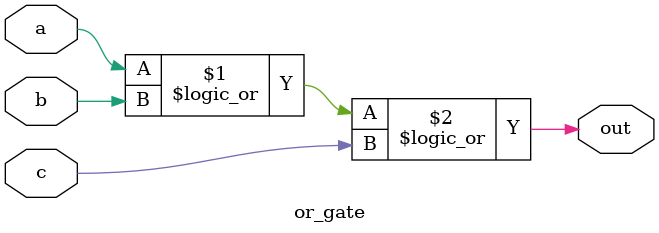
<source format=v>
module or_gate(a,b,c,out);
    input a,b,c;
    output out;

    assign out = (a||b||c);
endmodule
</source>
